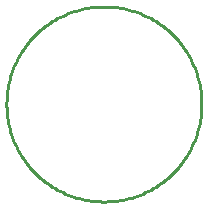
<source format=gbr>
G04 EAGLE Gerber RS-274X export*
G75*
%MOMM*%
%FSLAX34Y34*%
%LPD*%
%IN*%
%IPPOS*%
%AMOC8*
5,1,8,0,0,1.08239X$1,22.5*%
G01*
%ADD10C,0.254000*%


D10*
X82550Y-1247D02*
X82550Y1247D01*
X82475Y3740D01*
X82324Y6229D01*
X82098Y8712D01*
X81798Y11188D01*
X81423Y13654D01*
X80973Y16107D01*
X80450Y18545D01*
X79853Y20966D01*
X79183Y23368D01*
X78441Y25749D01*
X77628Y28107D01*
X76743Y30439D01*
X75789Y32743D01*
X74766Y35017D01*
X73674Y37259D01*
X72515Y39467D01*
X71290Y41639D01*
X70000Y43773D01*
X68646Y45868D01*
X67229Y47920D01*
X65751Y49929D01*
X64213Y51892D01*
X62616Y53807D01*
X60963Y55674D01*
X59253Y57490D01*
X57490Y59253D01*
X55674Y60963D01*
X53807Y62616D01*
X51892Y64213D01*
X49929Y65751D01*
X47920Y67229D01*
X45868Y68646D01*
X43773Y70000D01*
X41639Y71290D01*
X39467Y72515D01*
X37259Y73674D01*
X35017Y74766D01*
X32743Y75789D01*
X30439Y76743D01*
X28107Y77628D01*
X25749Y78441D01*
X23368Y79183D01*
X20966Y79853D01*
X18545Y80450D01*
X16107Y80973D01*
X13654Y81423D01*
X11188Y81798D01*
X8712Y82098D01*
X6229Y82324D01*
X3740Y82475D01*
X1247Y82550D01*
X-1247Y82550D01*
X-3740Y82475D01*
X-6229Y82324D01*
X-8712Y82098D01*
X-11188Y81798D01*
X-13654Y81423D01*
X-16107Y80973D01*
X-18545Y80450D01*
X-20966Y79853D01*
X-23368Y79183D01*
X-25749Y78441D01*
X-28107Y77628D01*
X-30439Y76743D01*
X-32743Y75789D01*
X-35017Y74766D01*
X-37259Y73674D01*
X-39467Y72515D01*
X-41639Y71290D01*
X-43773Y70000D01*
X-45868Y68646D01*
X-47920Y67229D01*
X-49929Y65751D01*
X-51892Y64213D01*
X-53807Y62616D01*
X-55674Y60963D01*
X-57490Y59253D01*
X-59253Y57490D01*
X-60963Y55674D01*
X-62616Y53807D01*
X-64213Y51892D01*
X-65751Y49929D01*
X-67229Y47920D01*
X-68646Y45868D01*
X-70000Y43773D01*
X-71290Y41639D01*
X-72515Y39467D01*
X-73674Y37259D01*
X-74766Y35017D01*
X-75789Y32743D01*
X-76743Y30439D01*
X-77628Y28107D01*
X-78441Y25749D01*
X-79183Y23368D01*
X-79853Y20966D01*
X-80450Y18545D01*
X-80973Y16107D01*
X-81423Y13654D01*
X-81798Y11188D01*
X-82098Y8712D01*
X-82324Y6229D01*
X-82475Y3740D01*
X-82550Y1247D01*
X-82550Y-1247D01*
X-82475Y-3740D01*
X-82324Y-6229D01*
X-82098Y-8712D01*
X-81798Y-11188D01*
X-81423Y-13654D01*
X-80973Y-16107D01*
X-80450Y-18545D01*
X-79853Y-20966D01*
X-79183Y-23368D01*
X-78441Y-25749D01*
X-77628Y-28107D01*
X-76743Y-30439D01*
X-75789Y-32743D01*
X-74766Y-35017D01*
X-73674Y-37259D01*
X-72515Y-39467D01*
X-71290Y-41639D01*
X-70000Y-43773D01*
X-68646Y-45868D01*
X-67229Y-47920D01*
X-65751Y-49929D01*
X-64213Y-51892D01*
X-62616Y-53807D01*
X-60963Y-55674D01*
X-59253Y-57490D01*
X-57490Y-59253D01*
X-55674Y-60963D01*
X-53807Y-62616D01*
X-51892Y-64213D01*
X-49929Y-65751D01*
X-47920Y-67229D01*
X-45868Y-68646D01*
X-43773Y-70000D01*
X-41639Y-71290D01*
X-39467Y-72515D01*
X-37259Y-73674D01*
X-35017Y-74766D01*
X-32743Y-75789D01*
X-30439Y-76743D01*
X-28107Y-77628D01*
X-25749Y-78441D01*
X-23368Y-79183D01*
X-20966Y-79853D01*
X-18545Y-80450D01*
X-16107Y-80973D01*
X-13654Y-81423D01*
X-11188Y-81798D01*
X-8712Y-82098D01*
X-6229Y-82324D01*
X-3740Y-82475D01*
X-1247Y-82550D01*
X1247Y-82550D01*
X3740Y-82475D01*
X6229Y-82324D01*
X8712Y-82098D01*
X11188Y-81798D01*
X13654Y-81423D01*
X16107Y-80973D01*
X18545Y-80450D01*
X20966Y-79853D01*
X23368Y-79183D01*
X25749Y-78441D01*
X28107Y-77628D01*
X30439Y-76743D01*
X32743Y-75789D01*
X35017Y-74766D01*
X37259Y-73674D01*
X39467Y-72515D01*
X41639Y-71290D01*
X43773Y-70000D01*
X45868Y-68646D01*
X47920Y-67229D01*
X49929Y-65751D01*
X51892Y-64213D01*
X53807Y-62616D01*
X55674Y-60963D01*
X57490Y-59253D01*
X59253Y-57490D01*
X60963Y-55674D01*
X62616Y-53807D01*
X64213Y-51892D01*
X65751Y-49929D01*
X67229Y-47920D01*
X68646Y-45868D01*
X70000Y-43773D01*
X71290Y-41639D01*
X72515Y-39467D01*
X73674Y-37259D01*
X74766Y-35017D01*
X75789Y-32743D01*
X76743Y-30439D01*
X77628Y-28107D01*
X78441Y-25749D01*
X79183Y-23368D01*
X79853Y-20966D01*
X80450Y-18545D01*
X80973Y-16107D01*
X81423Y-13654D01*
X81798Y-11188D01*
X82098Y-8712D01*
X82324Y-6229D01*
X82475Y-3740D01*
X82550Y-1247D01*
M02*

</source>
